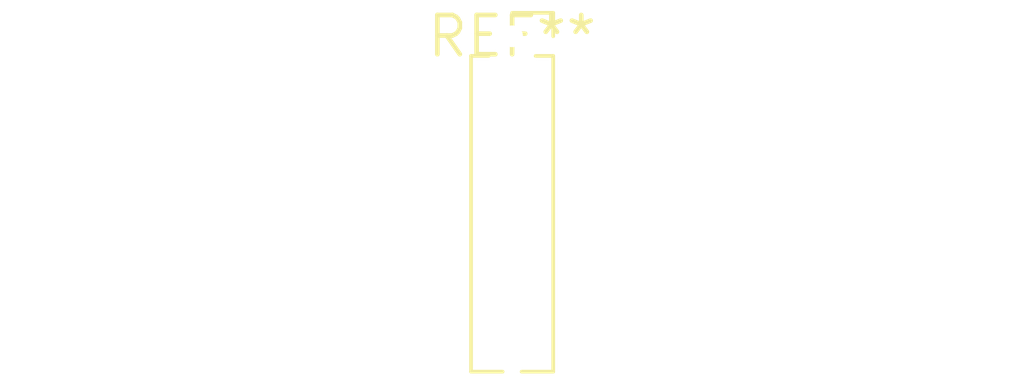
<source format=kicad_pcb>
(kicad_pcb (version 20240108) (generator pcbnew)
  (layers (0 "F.Cu" signal) (31 "B.Cu" signal) (34 "B.Paste" user) (35 "F.Paste" user) (36 "B.SilkS" user "B.Silkscreen") (37 "F.SilkS" user "F.Silkscreen") (38 "B.Mask" user) (39 "F.Mask" user) (44 "Edge.Cuts" user))
  (net 0 "")
  (footprint "PinSocket_1x09_P1.27mm_Vertical" (layer "F.Cu") (at 0 0)
    (property "Reference" "REF**")
    (property "Value" "PinSocket_1x09_P1.27mm_Vertical")
    (fp_line (start -1.33 0.635) (end -1.33 10.855) (layer "F.SilkS") (stroke (width 0.12)))
    (fp_line (start -1.33 0.635) (end -0.76 0.635) (layer "F.SilkS") (stroke (width 0.12)))
    (fp_line (start -1.33 10.855) (end -0.30753 10.855) (layer "F.SilkS") (stroke (width 0.12)))
    (fp_line (start 0 -0.76) (end 1.33 -0.76) (layer "F.SilkS") (stroke (width 0.12)))
    (fp_line (start 0.30753 10.855) (end 1.33 10.855) (layer "F.SilkS") (stroke (width 0.12)))
    (fp_line (start 0.76 0.635) (end 1.33 0.635) (layer "F.SilkS") (stroke (width 0.12)))
    (fp_line (start 1.33 -0.76) (end 1.33 0) (layer "F.SilkS") (stroke (width 0.12)))
    (fp_line (start 1.33 0.635) (end 1.33 10.855) (layer "F.SilkS") (stroke (width 0.12)))
    (pad "1" thru_hole rect (at 0 0) (size 1 1) (drill 0.7) (layers *.Cu *.Mask) (remove_unused_layers))
    (pad "2" thru_hole oval (at 0 1.27) (size 1 1) (drill 0.7) (layers *.Cu *.Mask) (remove_unused_layers))
    (pad "3" thru_hole oval (at 0 2.54) (size 1 1) (drill 0.7) (layers *.Cu *.Mask) (remove_unused_layers))
    (pad "4" thru_hole oval (at 0 3.81) (size 1 1) (drill 0.7) (layers *.Cu *.Mask) (remove_unused_layers))
    (pad "5" thru_hole oval (at 0 5.08) (size 1 1) (drill 0.7) (layers *.Cu *.Mask) (remove_unused_layers))
    (pad "6" thru_hole oval (at 0 6.35) (size 1 1) (drill 0.7) (layers *.Cu *.Mask) (remove_unused_layers))
    (pad "7" thru_hole oval (at 0 7.62) (size 1 1) (drill 0.7) (layers *.Cu *.Mask) (remove_unused_layers))
    (pad "8" thru_hole oval (at 0 8.89) (size 1 1) (drill 0.7) (layers *.Cu *.Mask) (remove_unused_layers))
    (pad "9" thru_hole oval (at 0 10.16) (size 1 1) (drill 0.7) (layers *.Cu *.Mask) (remove_unused_layers))
  )
)
</source>
